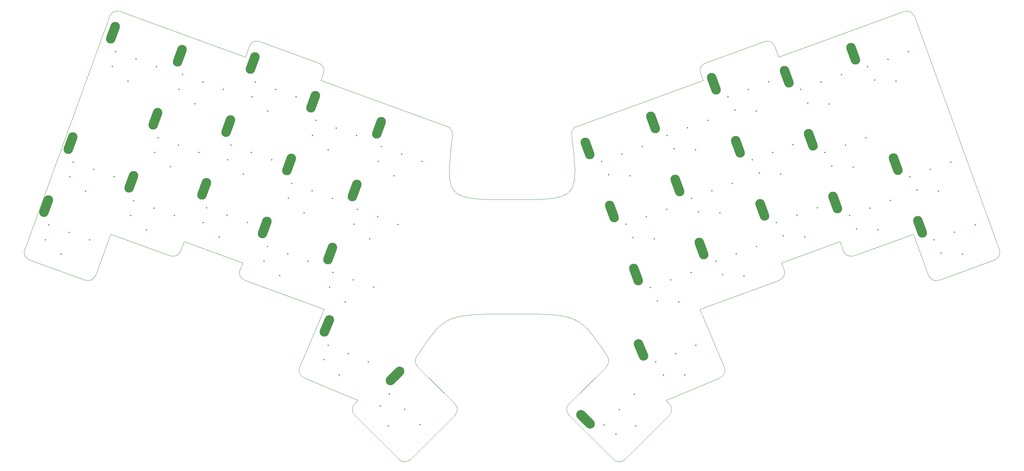
<source format=gbl>
%TF.GenerationSoftware,KiCad,Pcbnew,(6.0.11)*%
%TF.CreationDate,2023-05-11T00:11:01+09:00*%
%TF.ProjectId,gu34-bottom-plate,67753334-2d62-46f7-9474-6f6d2d706c61,rev?*%
%TF.SameCoordinates,Original*%
%TF.FileFunction,Copper,L2,Bot*%
%TF.FilePolarity,Positive*%
%FSLAX46Y46*%
G04 Gerber Fmt 4.6, Leading zero omitted, Abs format (unit mm)*
G04 Created by KiCad (PCBNEW (6.0.11)) date 2023-05-11 00:11:01*
%MOMM*%
%LPD*%
G01*
G04 APERTURE LIST*
G04 Aperture macros list*
%AMHorizOval*
0 Thick line with rounded ends*
0 $1 width*
0 $2 $3 position (X,Y) of the first rounded end (center of the circle)*
0 $4 $5 position (X,Y) of the second rounded end (center of the circle)*
0 Add line between two ends*
20,1,$1,$2,$3,$4,$5,0*
0 Add two circle primitives to create the rounded ends*
1,1,$1,$2,$3*
1,1,$1,$4,$5*%
G04 Aperture macros list end*
%TA.AperFunction,Profile*%
%ADD10C,0.100000*%
%TD*%
%ADD11C,0.100000*%
%ADD12C,0.350000*%
%ADD13HorizOval,2.399999X-0.564333X1.550493X0.564333X-1.550493X0*%
%ADD14HorizOval,2.399999X-1.166726X1.166726X1.166726X-1.166726X0*%
%ADD15HorizOval,2.399999X0.644706X1.518833X-0.644706X-1.518833X0*%
%ADD16HorizOval,2.399999X0.564333X1.550493X-0.564333X-1.550493X0*%
%ADD17HorizOval,2.399999X1.166726X1.166726X-1.166726X-1.166726X0*%
%ADD18HorizOval,2.399999X-0.644706X1.518833X0.644706X-1.518833X0*%
G04 APERTURE END LIST*
D10*
X20014925Y-80820622D02*
X34219476Y-85990656D01*
X182184357Y-120227313D02*
G75*
G03*
X182184351Y-117398880I-1414257J1414213D01*
G01*
X247819286Y-84795286D02*
G75*
G03*
X250382644Y-85990656I1879314J683886D01*
G01*
X40391368Y-18989196D02*
X18819580Y-78257197D01*
X244210828Y-18989168D02*
G75*
G03*
X241647326Y-17793851I-1879428J-684132D01*
G01*
X195047559Y-110697548D02*
X189255547Y-113156111D01*
X55751241Y-79823845D02*
G75*
G03*
X58314640Y-78628572I684059J1879345D01*
G01*
X168042215Y-131541016D02*
G75*
G03*
X170870642Y-131541016I1414214J1414215D01*
G01*
X127212938Y-49078255D02*
G75*
G03*
X125911108Y-46961420I-1985838J237455D01*
G01*
X34219463Y-85990692D02*
G75*
G03*
X36782901Y-84795311I684037J1879392D01*
G01*
X95346573Y-113156111D02*
X103289125Y-116527525D01*
X74545067Y-85980280D02*
X94751830Y-93334940D01*
X116559905Y-131541016D02*
X127873613Y-120227307D01*
X93883621Y-35304368D02*
X125911108Y-46961420D01*
X78322819Y-25428843D02*
X93357901Y-30901165D01*
D11*
X157389197Y-49078253D02*
X157566139Y-50574220D01*
X157726147Y-51976720D01*
X157866730Y-53288770D01*
X157985398Y-54513382D01*
X158079660Y-55653574D01*
X158147028Y-56712359D01*
X158185010Y-57692752D01*
X158191118Y-58597770D01*
X158162860Y-59430426D01*
X158097747Y-60193736D01*
X157993289Y-60890715D01*
X157846995Y-61524378D01*
X157656376Y-62097740D01*
X157418942Y-62613816D01*
X157132202Y-63075621D01*
X156793667Y-63486171D01*
X156400847Y-63848479D01*
X155951251Y-64165562D01*
X155442389Y-64440434D01*
X154871772Y-64676110D01*
X154236909Y-64875606D01*
X153535311Y-65041936D01*
X152764487Y-65178116D01*
X151921947Y-65287160D01*
X151005202Y-65372084D01*
X150011760Y-65435903D01*
X148939133Y-65481631D01*
X147784830Y-65512284D01*
X146546362Y-65530877D01*
X145221237Y-65540424D01*
X143806966Y-65543942D01*
X142301060Y-65544445D01*
D10*
X118117153Y-105405006D02*
G75*
G03*
X118381403Y-107906670I1678447J-1087494D01*
G01*
X190048874Y-33464590D02*
X190718499Y-35304368D01*
D11*
X127212923Y-49078253D02*
X127035980Y-50574220D01*
X126875972Y-51976720D01*
X126735389Y-53288770D01*
X126616721Y-54513382D01*
X126522459Y-55653574D01*
X126455091Y-56712359D01*
X126417109Y-57692752D01*
X126411001Y-58597770D01*
X126439259Y-59430426D01*
X126504372Y-60193736D01*
X126608830Y-60890715D01*
X126755124Y-61524378D01*
X126945743Y-62097740D01*
X127183177Y-62613816D01*
X127469917Y-63075621D01*
X127808452Y-63486171D01*
X128201272Y-63848479D01*
X128650868Y-64165562D01*
X129159730Y-64440434D01*
X129730347Y-64676110D01*
X130365210Y-64875606D01*
X131066808Y-65041936D01*
X131837632Y-65178116D01*
X132680172Y-65287160D01*
X133596917Y-65372084D01*
X134590359Y-65435903D01*
X135662986Y-65481631D01*
X136817289Y-65512284D01*
X138055757Y-65530877D01*
X139380882Y-65540424D01*
X140795153Y-65543942D01*
X142301060Y-65544445D01*
D10*
X195047539Y-110697500D02*
G75*
G03*
X196107106Y-108075076I-781439J1841000D01*
G01*
X156728513Y-117398886D02*
G75*
G03*
X156728507Y-120227307I1414187J-1414214D01*
G01*
X210057053Y-85980280D02*
X189850290Y-93334940D01*
X225398009Y-76184772D02*
X210582773Y-81577077D01*
X168042215Y-131541016D02*
X156728507Y-120227307D01*
X190718499Y-35304368D02*
X158691012Y-46961420D01*
X226287504Y-78628563D02*
G75*
G03*
X228850905Y-79823917I1879396J684063D01*
G01*
X74019347Y-81577077D02*
X73349723Y-83416855D01*
X94553328Y-33464620D02*
G75*
G03*
X93357901Y-30901165I-1879428J684020D01*
G01*
X244002572Y-74309162D02*
X228850905Y-79823917D01*
X18819555Y-78257188D02*
G75*
G03*
X20014925Y-80820622I1879445J-684012D01*
G01*
X42954794Y-17793851D02*
X74760000Y-29370000D01*
X73349724Y-83416855D02*
G75*
G03*
X74545067Y-85980280I1879376J-684045D01*
G01*
X88494956Y-108075051D02*
G75*
G03*
X89554561Y-110697548I1841044J-781449D01*
G01*
X209842120Y-29370000D02*
X208842727Y-26624187D01*
X166220677Y-107906630D02*
G75*
G03*
X166485012Y-105404977I-1414277J1414230D01*
G01*
D11*
X166485012Y-105404977D02*
X165843422Y-104418288D01*
X165235255Y-103493247D01*
X164656430Y-102627865D01*
X164102870Y-101820152D01*
X163570495Y-101068122D01*
X163055227Y-100369784D01*
X162552988Y-99723150D01*
X162059698Y-99126231D01*
X161571279Y-98577040D01*
X161083652Y-98073587D01*
X160592739Y-97613884D01*
X160094461Y-97195942D01*
X159584739Y-96817772D01*
X159059494Y-96477386D01*
X158514648Y-96172795D01*
X157946123Y-95902011D01*
X157349839Y-95663045D01*
X156721718Y-95453908D01*
X156057681Y-95272612D01*
X155353649Y-95117168D01*
X154605545Y-94985587D01*
X153809288Y-94875882D01*
X152960801Y-94786062D01*
X152056005Y-94714140D01*
X151090820Y-94658127D01*
X150061169Y-94616035D01*
X148962973Y-94585874D01*
X147792153Y-94565656D01*
X146544630Y-94553393D01*
X145216326Y-94547096D01*
X143803162Y-94544776D01*
X142301060Y-94544445D01*
D10*
X158691035Y-46961484D02*
G75*
G03*
X157389197Y-49078253I684065J-1879416D01*
G01*
X127873619Y-120227313D02*
G75*
G03*
X127873613Y-117398880I-1414219J1414213D01*
G01*
X59204111Y-76184772D02*
X74019347Y-81577077D01*
X210582773Y-81577077D02*
X211252397Y-83416855D01*
X113731478Y-131541016D02*
G75*
G03*
X116559905Y-131541016I1414214J1414215D01*
G01*
X94553246Y-33464590D02*
X93883621Y-35304368D01*
X40599548Y-74309162D02*
X55751215Y-79823917D01*
X78322834Y-25428801D02*
G75*
G03*
X75759393Y-26624187I-684034J-1879399D01*
G01*
X189255547Y-113156111D02*
X181312995Y-116527525D01*
X102417769Y-120227307D02*
X113731478Y-131541016D01*
X210057037Y-85980237D02*
G75*
G03*
X211252397Y-83416855I-683937J1879337D01*
G01*
X156728507Y-117398880D02*
X166220717Y-107906670D01*
X244210752Y-18989196D02*
X265782540Y-78257197D01*
X103289125Y-116527525D02*
X102417769Y-117398880D01*
X226287480Y-78628572D02*
X225398009Y-76184772D01*
X206279301Y-25428843D02*
X191244219Y-30901165D01*
X127873613Y-117398880D02*
X118381403Y-107906670D01*
X264587170Y-80820552D02*
G75*
G03*
X265782540Y-78257197I-683970J1879352D01*
G01*
D11*
X118117108Y-105404977D02*
X118758697Y-104418288D01*
X119366864Y-103493247D01*
X119945689Y-102627865D01*
X120499249Y-101820152D01*
X121031624Y-101068122D01*
X121546892Y-100369784D01*
X122049131Y-99723150D01*
X122542421Y-99126231D01*
X123030840Y-98577040D01*
X123518467Y-98073587D01*
X124009380Y-97613884D01*
X124507658Y-97195942D01*
X125017380Y-96817772D01*
X125542625Y-96477386D01*
X126087471Y-96172795D01*
X126655996Y-95902011D01*
X127252280Y-95663045D01*
X127880401Y-95453908D01*
X128544438Y-95272612D01*
X129248470Y-95117168D01*
X129996574Y-94985587D01*
X130792831Y-94875882D01*
X131641318Y-94786062D01*
X132546115Y-94714140D01*
X133511299Y-94658127D01*
X134540950Y-94616035D01*
X135639146Y-94585874D01*
X136809966Y-94565656D01*
X138057489Y-94553393D01*
X139385793Y-94547096D01*
X140798957Y-94544776D01*
X142301060Y-94544445D01*
D10*
X264587195Y-80820622D02*
X250382644Y-85990656D01*
X42954792Y-17793857D02*
G75*
G03*
X40391368Y-18989196I-684042J-1879383D01*
G01*
X191244209Y-30901138D02*
G75*
G03*
X190048874Y-33464590I683991J-1879362D01*
G01*
X189850290Y-93334940D02*
X196107106Y-108075076D01*
X36782901Y-84795311D02*
X40599548Y-74309162D01*
X74760000Y-29370000D02*
X75759393Y-26624187D01*
X247819219Y-84795311D02*
X244002572Y-74309162D01*
X208842782Y-26624167D02*
G75*
G03*
X206279301Y-25428843I-1879382J-684033D01*
G01*
X94751830Y-93334940D02*
X88495014Y-108075076D01*
X181312995Y-116527525D02*
X182184351Y-117398880D01*
X241647326Y-17793851D02*
X209842120Y-29370000D01*
X102417775Y-117398886D02*
G75*
G03*
X102417769Y-120227307I1414225J-1414214D01*
G01*
X58314640Y-78628572D02*
X59204111Y-76184772D01*
X182184351Y-120227307D02*
X170870642Y-131541016D01*
X89554561Y-110697548D02*
X95346573Y-113156111D01*
D12*
X213508309Y-51658889D03*
X208340000Y-53540000D03*
D13*
X199577299Y-52153398D03*
D12*
X203171691Y-55421111D03*
X210357919Y-59084186D03*
X204941213Y-58820933D03*
X173611930Y-123011930D03*
X169440000Y-118840000D03*
X173329087Y-114950913D03*
D14*
X160912292Y-121286589D03*
D12*
X165550913Y-122729087D03*
X168591472Y-125062540D03*
X191958309Y-45468889D03*
X188807919Y-52894186D03*
X183391213Y-52630933D03*
X186790000Y-47350000D03*
D13*
X178027299Y-45963398D03*
D12*
X181621691Y-49231111D03*
X171171691Y-71811111D03*
X181508309Y-68048889D03*
X176340000Y-69930000D03*
X172941213Y-75210933D03*
X178357919Y-75474186D03*
D13*
X167577299Y-68543398D03*
D12*
X226760000Y-51740000D03*
X231928309Y-49858889D03*
X223361213Y-57020933D03*
D13*
X217997299Y-50353398D03*
D12*
X228777919Y-57284186D03*
X221591691Y-53621111D03*
D15*
X95377026Y-97639756D03*
D12*
X105902777Y-106779021D03*
X98534686Y-110060979D03*
X95777223Y-102480979D03*
X100840000Y-104630000D03*
X94752697Y-106174263D03*
X61952081Y-41234186D03*
X57971860Y-37550731D03*
X63970000Y-35690000D03*
D16*
X58148672Y-28995245D03*
D12*
X58801691Y-33808889D03*
X69138309Y-37571111D03*
X52228309Y-31791111D03*
X41061860Y-31770731D03*
D16*
X41238672Y-23215245D03*
D12*
X47060000Y-29910000D03*
X45042081Y-35454186D03*
X41891691Y-28028889D03*
X114400000Y-53980000D03*
X112382081Y-59524186D03*
D16*
X108578672Y-47285245D03*
D12*
X108401860Y-55840731D03*
X119568309Y-55861111D03*
X109231691Y-52098889D03*
X211082904Y-74772044D03*
X216499610Y-75035297D03*
X209313382Y-71372222D03*
X214481691Y-69491111D03*
D13*
X205718990Y-68104509D03*
D12*
X219650000Y-67610000D03*
X199080000Y-79330000D03*
X201097919Y-84874186D03*
D13*
X190317299Y-77943398D03*
D12*
X195681213Y-84610933D03*
X204248309Y-77448889D03*
X193911691Y-81211111D03*
X35288309Y-75751111D03*
X30120000Y-73870000D03*
D16*
X24298672Y-67175245D03*
D12*
X28102081Y-79414186D03*
X24121860Y-75730731D03*
X24951691Y-71988889D03*
D16*
X96268672Y-79245245D03*
D12*
X100072081Y-91484186D03*
X96921691Y-84058889D03*
X107258309Y-87821111D03*
X96091860Y-87800731D03*
X102090000Y-85940000D03*
X115150000Y-118800000D03*
X110978070Y-122971930D03*
D17*
X112703411Y-110272292D03*
D12*
X119039087Y-122689087D03*
X108927460Y-117951472D03*
X111260913Y-114910913D03*
X31111691Y-56018889D03*
X36280000Y-57900000D03*
X41448309Y-59781111D03*
D16*
X30458672Y-51205245D03*
D12*
X34262081Y-63444186D03*
X30281860Y-59760731D03*
X96808309Y-65241111D03*
D16*
X85818672Y-56665245D03*
D12*
X86471691Y-61478889D03*
X89622081Y-68904186D03*
X85641860Y-65220731D03*
X91640000Y-63360000D03*
X87618309Y-39461111D03*
D16*
X76628672Y-30885245D03*
D12*
X82450000Y-37580000D03*
X80432081Y-43124186D03*
X77281691Y-35698889D03*
X76451860Y-39440731D03*
X51813188Y-53575486D03*
X52643019Y-49833644D03*
X55793409Y-57258941D03*
X57811328Y-51714755D03*
D16*
X51990000Y-45020000D03*
D12*
X62979637Y-53595866D03*
X215471691Y-37611111D03*
X220640000Y-35730000D03*
X217241213Y-41010933D03*
D13*
X211877299Y-34343398D03*
D12*
X225808309Y-33848889D03*
X222657919Y-41274186D03*
X253448309Y-56008889D03*
X248280000Y-57890000D03*
D13*
X239517299Y-56503398D03*
D12*
X244881213Y-63170933D03*
X243111691Y-59771111D03*
X250297919Y-63434186D03*
D16*
X102448672Y-63265245D03*
D12*
X108270000Y-69960000D03*
X106252081Y-75504186D03*
X103101691Y-68078889D03*
X113438309Y-71841111D03*
X102271860Y-71820731D03*
X180662254Y-110081574D03*
D18*
X174956738Y-103703903D03*
D12*
X178717223Y-106779021D03*
X188842777Y-102480979D03*
X186085314Y-110060979D03*
X183780000Y-104630000D03*
X46491691Y-65828889D03*
X45661860Y-69570731D03*
X49642081Y-73254186D03*
X56828309Y-69591111D03*
X51660000Y-67710000D03*
D16*
X45838672Y-61015245D03*
D12*
X202170000Y-37540000D03*
X198771213Y-42820933D03*
D13*
X193407299Y-36153398D03*
D12*
X197001691Y-39421111D03*
X204187919Y-43084186D03*
X207338309Y-35658889D03*
X92613019Y-45493644D03*
X102949637Y-49255866D03*
X91783188Y-49235486D03*
X95763409Y-52918941D03*
X97781328Y-47374755D03*
D16*
X91960000Y-40680000D03*
D12*
X249271691Y-75731111D03*
X256457919Y-79394186D03*
X251041213Y-79130933D03*
D13*
X245677299Y-72463398D03*
D12*
X259608309Y-71968889D03*
X254440000Y-73850000D03*
X76281328Y-53564755D03*
X71113019Y-51683644D03*
X70283188Y-55425486D03*
X81449637Y-55445866D03*
D16*
X70460000Y-46870000D03*
D12*
X74263409Y-59108941D03*
X90648309Y-81201111D03*
X85480000Y-79320000D03*
X80311691Y-77438889D03*
D16*
X79658672Y-72625245D03*
D12*
X83462081Y-84864186D03*
X79481860Y-81180731D03*
D13*
X228787299Y-28533398D03*
D12*
X234151213Y-35200933D03*
X237550000Y-29920000D03*
X242718309Y-28038889D03*
X239567919Y-35464186D03*
X232381691Y-31801111D03*
X192960000Y-63360000D03*
X187791691Y-65241111D03*
X198128309Y-61478889D03*
D13*
X184197299Y-61973398D03*
D12*
X189561213Y-68640933D03*
X194977919Y-68904186D03*
X68092081Y-75064186D03*
X70110000Y-69520000D03*
D16*
X64288672Y-62825245D03*
D12*
X75278309Y-71401111D03*
X64941691Y-67638889D03*
X64111860Y-71380731D03*
X187678309Y-84068889D03*
X184527919Y-91494186D03*
D13*
X173747299Y-84563398D03*
D12*
X179111213Y-91230933D03*
X177341691Y-87831111D03*
X182510000Y-85950000D03*
X229571213Y-72970933D03*
D13*
X224207299Y-66303398D03*
D12*
X232970000Y-67690000D03*
X227801691Y-69571111D03*
X238138309Y-65808889D03*
X234987919Y-73234186D03*
X175358309Y-52098889D03*
X170190000Y-53980000D03*
X166791213Y-59260933D03*
X172207919Y-59524186D03*
X165021691Y-55861111D03*
D13*
X161427299Y-52593398D03*
M02*

</source>
